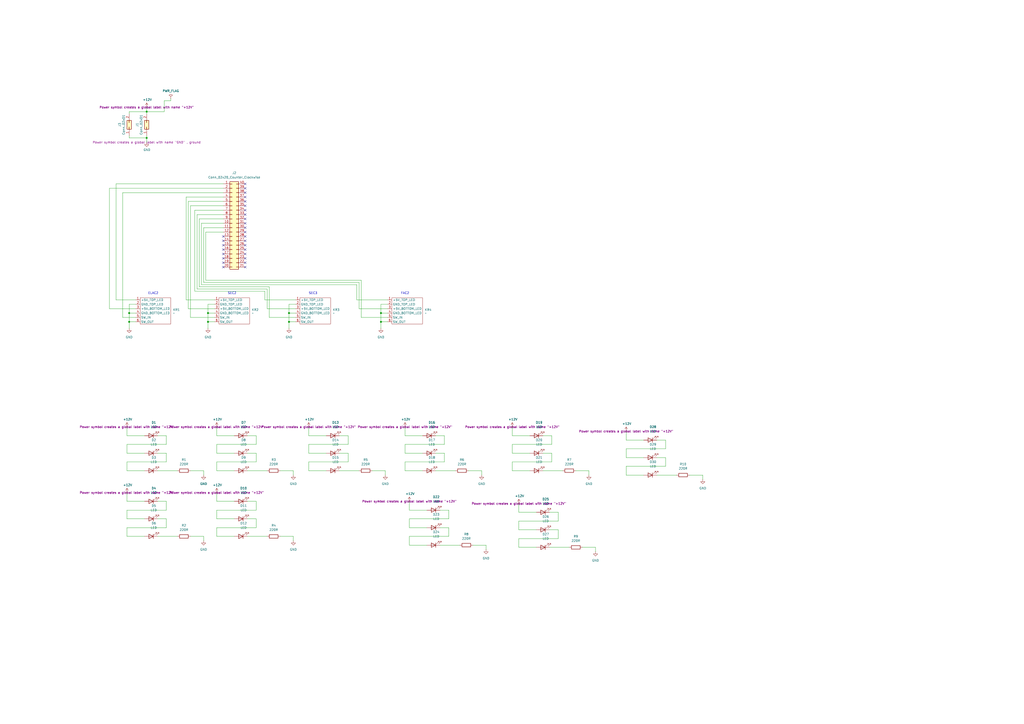
<source format=kicad_sch>
(kicad_sch (version 20250114) (generator "eeschema") (generator_version "9.0")
  (paper "A2")
  (lib_symbols
    (symbol "Connector_Generic:Conn_02x01" (pin_names (offset 1.016) (hide yes))
      (property "Reference" "J" (at 1.27 2.54 0))
      (property "Value" "Conn_02x01" (at 1.27 -2.54 0))
      (symbol "Conn_02x01_1_1"
        (rectangle (start -1.27 1.27) (end 3.81 -1.27) (stroke (width 0.254)) (fill (type background)))
        (rectangle (start -1.27 0.127) (end 0 -0.127) (stroke (width 0.1524)))
        (rectangle (start 3.81 0.127) (end 2.54 -0.127) (stroke (width 0.1524)))
        (pin passive line (at -5.08 0 0) (length 3.81) (name "Pin_1") (number "1"))
        (pin passive line (at 7.62 0 180) (length 3.81) (name "Pin_2") (number "2"))
      )
    )
    (symbol "Connector_Generic:Conn_02x20_Counter_Clockwise" (pin_names (offset 1.016) (hide yes))
      (property "Reference" "J" (at 1.27 25.4 0))
      (property "Value" "Conn_02x20_Counter_Clockwise" (at 1.27 -27.94 0))
      (symbol "Conn_02x20_Counter_Clockwise_1_1"
        (rectangle (start -1.27 24.13) (end 3.81 -26.67) (stroke (width 0.254)) (fill (type background)))
        (rectangle (start -1.27 22.987) (end 0 22.733) (stroke (width 0.1524)))
        (rectangle (start -1.27 20.447) (end 0 20.193) (stroke (width 0.1524)))
        (rectangle (start -1.27 17.907) (end 0 17.653) (stroke (width 0.1524)))
        (rectangle (start -1.27 15.367) (end 0 15.113) (stroke (width 0.1524)))
        (rectangle (start -1.27 12.827) (end 0 12.573) (stroke (width 0.1524)))
        (rectangle (start -1.27 10.287) (end 0 10.033) (stroke (width 0.1524)))
        (rectangle (start -1.27 7.747) (end 0 7.493) (stroke (width 0.1524)))
        (rectangle (start -1.27 5.207) (end 0 4.953) (stroke (width 0.1524)))
        (rectangle (start -1.27 2.667) (end 0 2.413) (stroke (width 0.1524)))
        (rectangle (start -1.27 0.127) (end 0 -0.127) (stroke (width 0.1524)))
        (rectangle (start -1.27 -2.413) (end 0 -2.667) (stroke (width 0.1524)))
        (rectangle (start -1.27 -4.953) (end 0 -5.207) (stroke (width 0.1524)))
        (rectangle (start -1.27 -7.493) (end 0 -7.747) (stroke (width 0.1524)))
        (rectangle (start -1.27 -10.033) (end 0 -10.287) (stroke (width 0.1524)))
        (rectangle (start -1.27 -12.573) (end 0 -12.827) (stroke (width 0.1524)))
        (rectangle (start -1.27 -15.113) (end 0 -15.367) (stroke (width 0.1524)))
        (rectangle (start -1.27 -17.653) (end 0 -17.907) (stroke (width 0.1524)))
        (rectangle (start -1.27 -20.193) (end 0 -20.447) (stroke (width 0.1524)))
        (rectangle (start -1.27 -22.733) (end 0 -22.987) (stroke (width 0.1524)))
        (rectangle (start -1.27 -25.273) (end 0 -25.527) (stroke (width 0.1524)))
        (rectangle (start 3.81 22.987) (end 2.54 22.733) (stroke (width 0.1524)))
        (rectangle (start 3.81 20.447) (end 2.54 20.193) (stroke (width 0.1524)))
        (rectangle (start 3.81 17.907) (end 2.54 17.653) (stroke (width 0.1524)))
        (rectangle (start 3.81 15.367) (end 2.54 15.113) (stroke (width 0.1524)))
        (rectangle (start 3.81 12.827) (end 2.54 12.573) (stroke (width 0.1524)))
        (rectangle (start 3.81 10.287) (end 2.54 10.033) (stroke (width 0.1524)))
        (rectangle (start 3.81 7.747) (end 2.54 7.493) (stroke (width 0.1524)))
        (rectangle (start 3.81 5.207) (end 2.54 4.953) (stroke (width 0.1524)))
        (rectangle (start 3.81 2.667) (end 2.54 2.413) (stroke (width 0.1524)))
        (rectangle (start 3.81 0.127) (end 2.54 -0.127) (stroke (width 0.1524)))
        (rectangle (start 3.81 -2.413) (end 2.54 -2.667) (stroke (width 0.1524)))
        (rectangle (start 3.81 -4.953) (end 2.54 -5.207) (stroke (width 0.1524)))
        (rectangle (start 3.81 -7.493) (end 2.54 -7.747) (stroke (width 0.1524)))
        (rectangle (start 3.81 -10.033) (end 2.54 -10.287) (stroke (width 0.1524)))
        (rectangle (start 3.81 -12.573) (end 2.54 -12.827) (stroke (width 0.1524)))
        (rectangle (start 3.81 -15.113) (end 2.54 -15.367) (stroke (width 0.1524)))
        (rectangle (start 3.81 -17.653) (end 2.54 -17.907) (stroke (width 0.1524)))
        (rectangle (start 3.81 -20.193) (end 2.54 -20.447) (stroke (width 0.1524)))
        (rectangle (start 3.81 -22.733) (end 2.54 -22.987) (stroke (width 0.1524)))
        (rectangle (start 3.81 -25.273) (end 2.54 -25.527) (stroke (width 0.1524)))
        (pin passive line (at -5.08 22.86 0) (length 3.81) (name "Pin_1") (number "1"))
        (pin passive line (at -5.08 20.32 0) (length 3.81) (name "Pin_2") (number "2"))
        (pin passive line (at -5.08 17.78 0) (length 3.81) (name "Pin_3") (number "3"))
        (pin passive line (at -5.08 15.24 0) (length 3.81) (name "Pin_4") (number "4"))
        (pin passive line (at -5.08 12.7 0) (length 3.81) (name "Pin_5") (number "5"))
        (pin passive line (at -5.08 10.16 0) (length 3.81) (name "Pin_6") (number "6"))
        (pin passive line (at -5.08 7.62 0) (length 3.81) (name "Pin_7") (number "7"))
        (pin passive line (at -5.08 5.08 0) (length 3.81) (name "Pin_8") (number "8"))
        (pin passive line (at -5.08 2.54 0) (length 3.81) (name "Pin_9") (number "9"))
        (pin passive line (at -5.08 0 0) (length 3.81) (name "Pin_10") (number "10"))
        (pin passive line (at -5.08 -2.54 0) (length 3.81) (name "Pin_11") (number "11"))
        (pin passive line (at -5.08 -5.08 0) (length 3.81) (name "Pin_12") (number "12"))
        (pin passive line (at -5.08 -7.62 0) (length 3.81) (name "Pin_13") (number "13"))
        (pin passive line (at -5.08 -10.16 0) (length 3.81) (name "Pin_14") (number "14"))
        (pin passive line (at -5.08 -12.7 0) (length 3.81) (name "Pin_15") (number "15"))
        (pin passive line (at -5.08 -15.24 0) (length 3.81) (name "Pin_16") (number "16"))
        (pin passive line (at -5.08 -17.78 0) (length 3.81) (name "Pin_17") (number "17"))
        (pin passive line (at -5.08 -20.32 0) (length 3.81) (name "Pin_18") (number "18"))
        (pin passive line (at -5.08 -22.86 0) (length 3.81) (name "Pin_19") (number "19"))
        (pin passive line (at -5.08 -25.4 0) (length 3.81) (name "Pin_20") (number "20"))
        (pin passive line (at 7.62 22.86 180) (length 3.81) (name "Pin_40") (number "40"))
        (pin passive line (at 7.62 20.32 180) (length 3.81) (name "Pin_39") (number "39"))
        (pin passive line (at 7.62 17.78 180) (length 3.81) (name "Pin_38") (number "38"))
        (pin passive line (at 7.62 15.24 180) (length 3.81) (name "Pin_37") (number "37"))
        (pin passive line (at 7.62 12.7 180) (length 3.81) (name "Pin_36") (number "36"))
        (pin passive line (at 7.62 10.16 180) (length 3.81) (name "Pin_35") (number "35"))
        (pin passive line (at 7.62 7.62 180) (length 3.81) (name "Pin_34") (number "34"))
        (pin passive line (at 7.62 5.08 180) (length 3.81) (name "Pin_33") (number "33"))
        (pin passive line (at 7.62 2.54 180) (length 3.81) (name "Pin_32") (number "32"))
        (pin passive line (at 7.62 0 180) (length 3.81) (name "Pin_31") (number "31"))
        (pin passive line (at 7.62 -2.54 180) (length 3.81) (name "Pin_30") (number "30"))
        (pin passive line (at 7.62 -5.08 180) (length 3.81) (name "Pin_29") (number "29"))
        (pin passive line (at 7.62 -7.62 180) (length 3.81) (name "Pin_28") (number "28"))
        (pin passive line (at 7.62 -10.16 180) (length 3.81) (name "Pin_27") (number "27"))
        (pin passive line (at 7.62 -12.7 180) (length 3.81) (name "Pin_26") (number "26"))
        (pin passive line (at 7.62 -15.24 180) (length 3.81) (name "Pin_25") (number "25"))
        (pin passive line (at 7.62 -17.78 180) (length 3.81) (name "Pin_24") (number "24"))
        (pin passive line (at 7.62 -20.32 180) (length 3.81) (name "Pin_23") (number "23"))
        (pin passive line (at 7.62 -22.86 180) (length 3.81) (name "Pin_22") (number "22"))
        (pin passive line (at 7.62 -25.4 180) (length 3.81) (name "Pin_21") (number "21"))
      )
    )
    (symbol "Device:LED" (pin_numbers (hide yes)) (pin_names (offset 1.016) (hide yes))
      (property "Reference" "D" (at 0 2.54 0))
      (property "Value" "LED" (at 0 -2.54 0))
      (symbol "LED_0_1"
        (polyline (pts (xy -3.048 -0.762) (xy -4.572 -2.286) (xy -3.81 -2.286) (xy -4.572 -2.286) (xy -4.572 -1.524)))
        (polyline (pts (xy -1.778 -0.762) (xy -3.302 -2.286) (xy -2.54 -2.286) (xy -3.302 -2.286) (xy -3.302 -1.524)))
        (polyline (pts (xy -1.27 0) (xy 1.27 0)))
        (polyline (pts (xy -1.27 -1.27) (xy -1.27 1.27)) (stroke (width 0.254)))
        (polyline (pts (xy 1.27 -1.27) (xy 1.27 1.27) (xy -1.27 0) (xy 1.27 -1.27)) (stroke (width 0.254)))
      )
      (symbol "LED_1_1"
        (pin passive line (at -3.81 0 0) (length 2.54) (name "K") (number "1"))
        (pin passive line (at 3.81 0 180) (length 2.54) (name "A") (number "2"))
      )
    )
    (symbol "Device:R" (pin_numbers (hide yes)) (pin_names (offset 0))
      (property "Reference" "R" (at 2.032 0 90))
      (property "Value" "R" (at 0 0 90))
      (symbol "R_0_1"
        (rectangle (start -1.016 -2.54) (end 1.016 2.54) (stroke (width 0.254)))
      )
      (symbol "R_1_1"
        (pin passive line (at 0 3.81 270) (length 1.27) (name "~") (number "1"))
        (pin passive line (at 0 -3.81 90) (length 1.27) (name "~") (number "2"))
      )
    )
    (symbol "KorrySwitch:Korry_Switch"
      (property "Reference" "KR" (at 12.7 -8.89 0))
      (symbol "Korry_Switch_0_1"
        (rectangle (start -7.62 -1.27) (end 10.16 -16.51))
      )
      (symbol "Korry_Switch_1_1"
        (pin input line (at -10.16 -2.54 0) (length 2.54) (name "+5V_TOP_LED") (number "1"))
        (pin input line (at -10.16 -5.08 0) (length 2.54) (name "GND_TOP_LED") (number "2"))
        (pin input line (at -10.16 -7.62 0) (length 2.54) (name "+5V_BOTTOM_LED") (number "3"))
        (pin input line (at -10.16 -10.16 0) (length 2.54) (name "GND_BOTTOM_LED") (number "4"))
        (pin input line (at -10.16 -12.7 0) (length 2.54) (name "SW_IN") (number "5"))
        (pin output line (at -10.16 -15.24 0) (length 2.54) (name "SW_OUT") (number "6"))
      )
    )
    (symbol "power:+12V" (power) (pin_numbers (hide yes)) (pin_names (offset 0) (hide yes))
      (property "Value" "+12V" (at 0 3.556 0))
      (symbol "+12V_0_1"
        (polyline (pts (xy -0.762 1.27) (xy 0 2.54)))
        (polyline (pts (xy 0 2.54) (xy 0.762 1.27)))
        (polyline (pts (xy 0 0) (xy 0 2.54)))
      )
      (symbol "+12V_1_1"
        (pin power_in line (at 0 0 90) (length 0) (name "~") (number "1"))
      )
    )
    (symbol "power:GND" (power) (pin_numbers (hide yes)) (pin_names (offset 0) (hide yes))
      (property "Value" "GND" (at 0 -3.81 0))
      (symbol "GND_0_1"
        (polyline (pts (xy 0 0) (xy 0 -1.27) (xy 1.27 -1.27) (xy 0 -2.54) (xy -1.27 -1.27) (xy 0 -1.27)))
      )
      (symbol "GND_1_1"
        (pin power_in line (at 0 0 270) (length 0) (name "~") (number "1"))
      )
    )
    (symbol "power:PWR_FLAG" (power) (pin_numbers (hide yes)) (pin_names (offset 0) (hide yes))
      (property "Value" "PWR_FLAG" (at 0 3.81 0))
      (symbol "PWR_FLAG_0_0"
        (pin power_out line (at 0 0 90) (length 0) (name "~") (number "1"))
      )
      (symbol "PWR_FLAG_0_1"
        (polyline (pts (xy 0 0) (xy 0 1.27) (xy -1.016 1.905) (xy 0 2.54) (xy 1.016 1.905) (xy 0 1.27)))
      )
    )
  )
  (text "FAC2" (at 234.95 170.18 0) (effects (font (size 1.27 1.27))))
  (text "ELAC2" (at 88.9 170.18 0) (effects (font (size 1.27 1.27))))
  (text "SEC2" (at 134.62 170.18 0) (effects (font (size 1.27 1.27))))
  (text "SEC3" (at 181.61 170.18 0) (effects (font (size 1.27 1.27))))
  (junction (at 220.98 186.69))
  (junction (at 220.98 181.61))
  (junction (at 74.93 181.61))
  (junction (at 85.09 80.01))
  (junction (at 167.64 181.61))
  (junction (at 120.65 181.61))
  (junction (at 120.65 186.69))
  (junction (at 74.93 186.69))
  (junction (at 167.64 186.69))
  (junction (at 85.09 64.77))
  (no_connect (at 142.24 111.76))
  (no_connect (at 142.24 132.08))
  (no_connect (at 142.24 137.16))
  (no_connect (at 142.24 152.4))
  (no_connect (at 142.24 154.94))
  (no_connect (at 142.24 124.46))
  (no_connect (at 142.24 119.38))
  (no_connect (at 129.54 149.86))
  (no_connect (at 142.24 134.62))
  (no_connect (at 142.24 106.68))
  (no_connect (at 142.24 129.54))
  (no_connect (at 129.54 152.4))
  (no_connect (at 129.54 137.16))
  (no_connect (at 142.24 109.22))
  (no_connect (at 129.54 147.32))
  (no_connect (at 142.24 149.86))
  (no_connect (at 142.24 142.24))
  (no_connect (at 129.54 144.78))
  (no_connect (at 129.54 154.94))
  (no_connect (at 142.24 121.92))
  (no_connect (at 142.24 144.78))
  (no_connect (at 142.24 139.7))
  (no_connect (at 129.54 142.24))
  (no_connect (at 129.54 139.7))
  (no_connect (at 142.24 127))
  (no_connect (at 142.24 147.32))
  (no_connect (at 142.24 114.3))
  (no_connect (at 142.24 116.84))
  (wire (pts (xy 125.73 262.89) (xy 125.73 257.81)))
  (wire (pts (xy 220.98 186.69) (xy 220.98 181.61)))
  (wire (pts (xy 323.85 307.34) (xy 318.77 307.34)))
  (wire (pts (xy 373.38 265.43) (xy 363.22 265.43)))
  (wire (pts (xy 109.22 116.84) (xy 129.54 116.84)))
  (wire (pts (xy 300.99 302.26) (xy 323.85 302.26)))
  (wire (pts (xy 318.77 317.5) (xy 330.2 317.5)))
  (wire (pts (xy 247.65 306.07) (xy 237.49 306.07)))
  (wire (pts (xy 307.34 262.89) (xy 297.18 262.89)))
  (wire (pts (xy 167.64 186.69) (xy 167.64 181.61)))
  (wire (pts (xy 125.73 311.15) (xy 125.73 306.07)))
  (wire (pts (xy 83.82 273.05) (xy 73.66 273.05)))
  (wire (pts (xy 119.38 134.62) (xy 129.54 134.62)))
  (wire (pts (xy 209.55 184.15) (xy 209.55 162.56)))
  (wire (pts (xy 373.38 275.59) (xy 363.22 275.59)))
  (wire (pts (xy 260.35 295.91) (xy 255.27 295.91)))
  (wire (pts (xy 234.95 262.89) (xy 234.95 257.81)))
  (wire (pts (xy 74.93 186.69) (xy 74.93 181.61)))
  (wire (pts (xy 78.74 173.99) (xy 67.31 173.99)))
  (wire (pts (xy 407.67 275.59) (xy 407.67 278.13)))
  (wire (pts (xy 201.93 252.73) (xy 196.85 252.73)))
  (wire (pts (xy 95.25 58.42) (xy 99.06 58.42)))
  (wire (pts (xy 71.12 111.76) (xy 129.54 111.76)))
  (wire (pts (xy 257.81 252.73) (xy 252.73 252.73)))
  (wire (pts (xy 125.73 306.07) (xy 148.59 306.07)))
  (wire (pts (xy 120.65 186.69) (xy 124.46 186.69)))
  (wire (pts (xy 85.09 80.01) (xy 85.09 82.55)))
  (wire (pts (xy 74.93 64.77) (xy 85.09 64.77)))
  (wire (pts (xy 73.66 267.97) (xy 96.52 267.97)))
  (wire (pts (xy 63.5 179.07) (xy 63.5 109.22)))
  (wire (pts (xy 96.52 267.97) (xy 96.52 262.89)))
  (wire (pts (xy 124.46 179.07) (xy 109.22 179.07)))
  (wire (pts (xy 300.99 297.18) (xy 311.15 297.18)))
  (wire (pts (xy 67.31 173.99) (xy 67.31 106.68)))
  (wire (pts (xy 167.64 181.61) (xy 167.64 176.53)))
  (wire (pts (xy 257.81 257.81) (xy 257.81 252.73)))
  (wire (pts (xy 73.66 290.83) (xy 83.82 290.83)))
  (wire (pts (xy 189.23 273.05) (xy 179.07 273.05)))
  (wire (pts (xy 208.28 163.83) (xy 118.11 163.83)))
  (wire (pts (xy 386.08 260.35) (xy 386.08 255.27)))
  (wire (pts (xy 135.89 311.15) (xy 125.73 311.15)))
  (wire (pts (xy 116.84 165.1) (xy 116.84 129.54)))
  (wire (pts (xy 320.04 262.89) (xy 314.96 262.89)))
  (wire (pts (xy 224.79 184.15) (xy 209.55 184.15)))
  (wire (pts (xy 154.94 167.64) (xy 114.3 167.64)))
  (wire (pts (xy 234.95 252.73) (xy 245.11 252.73)))
  (wire (pts (xy 78.74 184.15) (xy 71.12 184.15)))
  (wire (pts (xy 245.11 273.05) (xy 234.95 273.05)))
  (wire (pts (xy 74.93 66.04) (xy 74.93 64.77)))
  (wire (pts (xy 118.11 273.05) (xy 118.11 275.59)))
  (wire (pts (xy 314.96 273.05) (xy 326.39 273.05)))
  (wire (pts (xy 95.25 64.77) (xy 95.25 58.42)))
  (wire (pts (xy 148.59 295.91) (xy 148.59 290.83)))
  (wire (pts (xy 220.98 176.53) (xy 224.79 176.53)))
  (wire (pts (xy 143.51 311.15) (xy 154.94 311.15)))
  (wire (pts (xy 196.85 273.05) (xy 208.28 273.05)))
  (wire (pts (xy 107.95 114.3) (xy 129.54 114.3)))
  (wire (pts (xy 118.11 132.08) (xy 129.54 132.08)))
  (wire (pts (xy 148.59 252.73) (xy 143.51 252.73)))
  (wire (pts (xy 237.49 300.99) (xy 260.35 300.99)))
  (wire (pts (xy 135.89 262.89) (xy 125.73 262.89)))
  (wire (pts (xy 386.08 255.27) (xy 381 255.27)))
  (wire (pts (xy 96.52 295.91) (xy 96.52 290.83)))
  (wire (pts (xy 113.03 168.91) (xy 153.67 168.91)))
  (wire (pts (xy 189.23 262.89) (xy 179.07 262.89)))
  (wire (pts (xy 120.65 176.53) (xy 124.46 176.53)))
  (wire (pts (xy 156.21 184.15) (xy 156.21 166.37)))
  (wire (pts (xy 110.49 184.15) (xy 110.49 119.38)))
  (wire (pts (xy 110.49 119.38) (xy 129.54 119.38)))
  (wire (pts (xy 73.66 273.05) (xy 73.66 267.97)))
  (wire (pts (xy 110.49 311.15) (xy 118.11 311.15)))
  (wire (pts (xy 363.22 260.35) (xy 386.08 260.35)))
  (wire (pts (xy 124.46 173.99) (xy 107.95 173.99)))
  (wire (pts (xy 114.3 124.46) (xy 129.54 124.46)))
  (wire (pts (xy 170.18 311.15) (xy 170.18 313.69)))
  (wire (pts (xy 73.66 285.75) (xy 73.66 290.83)))
  (wire (pts (xy 237.49 290.83) (xy 237.49 295.91)))
  (wire (pts (xy 179.07 257.81) (xy 201.93 257.81)))
  (wire (pts (xy 381 275.59) (xy 392.43 275.59)))
  (wire (pts (xy 74.93 181.61) (xy 78.74 181.61)))
  (wire (pts (xy 74.93 186.69) (xy 78.74 186.69)))
  (wire (pts (xy 125.73 273.05) (xy 125.73 267.97)))
  (wire (pts (xy 311.15 307.34) (xy 300.99 307.34)))
  (wire (pts (xy 386.08 265.43) (xy 381 265.43)))
  (wire (pts (xy 209.55 162.56) (xy 119.38 162.56)))
  (wire (pts (xy 400.05 275.59) (xy 407.67 275.59)))
  (wire (pts (xy 135.89 300.99) (xy 125.73 300.99)))
  (wire (pts (xy 96.52 257.81) (xy 96.52 252.73)))
  (wire (pts (xy 341.63 273.05) (xy 341.63 275.59)))
  (wire (pts (xy 113.03 121.92) (xy 113.03 168.91)))
  (wire (pts (xy 74.93 80.01) (xy 85.09 80.01)))
  (wire (pts (xy 297.18 252.73) (xy 307.34 252.73)))
  (wire (pts (xy 237.49 295.91) (xy 247.65 295.91)))
  (wire (pts (xy 109.22 179.07) (xy 109.22 116.84)))
  (wire (pts (xy 237.49 316.23) (xy 237.49 311.15)))
  (wire (pts (xy 215.9 273.05) (xy 223.52 273.05)))
  (wire (pts (xy 96.52 290.83) (xy 91.44 290.83)))
  (wire (pts (xy 120.65 181.61) (xy 124.46 181.61)))
  (wire (pts (xy 323.85 312.42) (xy 323.85 307.34)))
  (wire (pts (xy 234.95 257.81) (xy 257.81 257.81)))
  (wire (pts (xy 148.59 300.99) (xy 143.51 300.99)))
  (wire (pts (xy 120.65 186.69) (xy 120.65 181.61)))
  (wire (pts (xy 297.18 267.97) (xy 320.04 267.97)))
  (wire (pts (xy 237.49 311.15) (xy 260.35 311.15)))
  (wire (pts (xy 73.66 311.15) (xy 73.66 306.07)))
  (wire (pts (xy 208.28 179.07) (xy 208.28 163.83)))
  (wire (pts (xy 167.64 190.5) (xy 167.64 186.69)))
  (wire (pts (xy 125.73 290.83) (xy 135.89 290.83)))
  (wire (pts (xy 167.64 181.61) (xy 171.45 181.61)))
  (wire (pts (xy 311.15 317.5) (xy 300.99 317.5)))
  (wire (pts (xy 124.46 184.15) (xy 110.49 184.15)))
  (wire (pts (xy 74.93 181.61) (xy 74.93 176.53)))
  (wire (pts (xy 73.66 257.81) (xy 96.52 257.81)))
  (wire (pts (xy 170.18 273.05) (xy 170.18 275.59)))
  (wire (pts (xy 201.93 262.89) (xy 196.85 262.89)))
  (wire (pts (xy 96.52 300.99) (xy 91.44 300.99)))
  (wire (pts (xy 154.94 179.07) (xy 154.94 167.64)))
  (wire (pts (xy 297.18 247.65) (xy 297.18 252.73)))
  (wire (pts (xy 255.27 316.23) (xy 266.7 316.23)))
  (wire (pts (xy 363.22 275.59) (xy 363.22 270.51)))
  (wire (pts (xy 252.73 273.05) (xy 264.16 273.05)))
  (wire (pts (xy 220.98 181.61) (xy 224.79 181.61)))
  (wire (pts (xy 107.95 173.99) (xy 107.95 114.3)))
  (wire (pts (xy 171.45 173.99) (xy 153.67 173.99)))
  (wire (pts (xy 74.93 190.5) (xy 74.93 186.69)))
  (wire (pts (xy 85.09 78.74) (xy 85.09 80.01)))
  (wire (pts (xy 307.34 273.05) (xy 297.18 273.05)))
  (wire (pts (xy 300.99 312.42) (xy 323.85 312.42)))
  (wire (pts (xy 148.59 267.97) (xy 148.59 262.89)))
  (wire (pts (xy 73.66 300.99) (xy 73.66 295.91)))
  (wire (pts (xy 148.59 262.89) (xy 143.51 262.89)))
  (wire (pts (xy 247.65 316.23) (xy 237.49 316.23)))
  (wire (pts (xy 125.73 295.91) (xy 148.59 295.91)))
  (wire (pts (xy 234.95 273.05) (xy 234.95 267.97)))
  (wire (pts (xy 154.94 179.07) (xy 171.45 179.07)))
  (wire (pts (xy 220.98 186.69) (xy 224.79 186.69)))
  (wire (pts (xy 73.66 252.73) (xy 83.82 252.73)))
  (wire (pts (xy 83.82 311.15) (xy 73.66 311.15)))
  (wire (pts (xy 171.45 184.15) (xy 156.21 184.15)))
  (wire (pts (xy 115.57 127) (xy 129.54 127)))
  (wire (pts (xy 297.18 257.81) (xy 320.04 257.81)))
  (wire (pts (xy 85.09 64.77) (xy 85.09 66.04)))
  (wire (pts (xy 148.59 257.81) (xy 148.59 252.73)))
  (wire (pts (xy 220.98 190.5) (xy 220.98 186.69)))
  (wire (pts (xy 74.93 78.74) (xy 74.93 80.01)))
  (wire (pts (xy 162.56 273.05) (xy 170.18 273.05)))
  (wire (pts (xy 162.56 311.15) (xy 170.18 311.15)))
  (wire (pts (xy 337.82 317.5) (xy 345.44 317.5)))
  (wire (pts (xy 73.66 306.07) (xy 96.52 306.07)))
  (wire (pts (xy 179.07 273.05) (xy 179.07 267.97)))
  (wire (pts (xy 148.59 306.07) (xy 148.59 300.99)))
  (wire (pts (xy 120.65 190.5) (xy 120.65 186.69)))
  (wire (pts (xy 271.78 273.05) (xy 279.4 273.05)))
  (wire (pts (xy 78.74 179.07) (xy 63.5 179.07)))
  (wire (pts (xy 297.18 262.89) (xy 297.18 257.81)))
  (wire (pts (xy 323.85 297.18) (xy 318.77 297.18)))
  (wire (pts (xy 334.01 273.05) (xy 341.63 273.05)))
  (wire (pts (xy 85.09 64.77) (xy 95.25 64.77)))
  (wire (pts (xy 257.81 262.89) (xy 252.73 262.89)))
  (wire (pts (xy 320.04 267.97) (xy 320.04 262.89)))
  (wire (pts (xy 74.93 176.53) (xy 78.74 176.53)))
  (wire (pts (xy 91.44 311.15) (xy 102.87 311.15)))
  (wire (pts (xy 320.04 257.81) (xy 320.04 252.73)))
  (wire (pts (xy 83.82 300.99) (xy 73.66 300.99)))
  (wire (pts (xy 73.66 295.91) (xy 96.52 295.91)))
  (wire (pts (xy 208.28 179.07) (xy 224.79 179.07)))
  (wire (pts (xy 234.95 247.65) (xy 234.95 252.73)))
  (wire (pts (xy 67.31 106.68) (xy 129.54 106.68)))
  (wire (pts (xy 71.12 184.15) (xy 71.12 111.76)))
  (wire (pts (xy 223.52 273.05) (xy 223.52 275.59)))
  (wire (pts (xy 257.81 267.97) (xy 257.81 262.89)))
  (wire (pts (xy 91.44 273.05) (xy 102.87 273.05)))
  (wire (pts (xy 153.67 168.91) (xy 153.67 173.99)))
  (wire (pts (xy 125.73 300.99) (xy 125.73 295.91)))
  (wire (pts (xy 116.84 129.54) (xy 129.54 129.54)))
  (wire (pts (xy 118.11 311.15) (xy 118.11 313.69)))
  (wire (pts (xy 260.35 311.15) (xy 260.35 306.07)))
  (wire (pts (xy 96.52 306.07) (xy 96.52 300.99)))
  (wire (pts (xy 260.35 300.99) (xy 260.35 295.91)))
  (wire (pts (xy 125.73 257.81) (xy 148.59 257.81)))
  (wire (pts (xy 114.3 167.64) (xy 114.3 124.46)))
  (wire (pts (xy 320.04 252.73) (xy 314.96 252.73)))
  (wire (pts (xy 63.5 109.22) (xy 129.54 109.22)))
  (wire (pts (xy 300.99 307.34) (xy 300.99 302.26)))
  (wire (pts (xy 110.49 273.05) (xy 118.11 273.05)))
  (wire (pts (xy 167.64 176.53) (xy 171.45 176.53)))
  (wire (pts (xy 345.44 317.5) (xy 345.44 320.04)))
  (wire (pts (xy 99.06 58.42) (xy 99.06 57.15)))
  (wire (pts (xy 201.93 267.97) (xy 201.93 262.89)))
  (wire (pts (xy 363.22 265.43) (xy 363.22 260.35)))
  (wire (pts (xy 96.52 262.89) (xy 91.44 262.89)))
  (wire (pts (xy 96.52 252.73) (xy 91.44 252.73)))
  (wire (pts (xy 73.66 262.89) (xy 73.66 257.81)))
  (wire (pts (xy 220.98 181.61) (xy 220.98 176.53)))
  (wire (pts (xy 85.09 62.23) (xy 85.09 64.77)))
  (wire (pts (xy 135.89 273.05) (xy 125.73 273.05)))
  (wire (pts (xy 279.4 273.05) (xy 279.4 275.59)))
  (wire (pts (xy 234.95 267.97) (xy 257.81 267.97)))
  (wire (pts (xy 300.99 292.1) (xy 300.99 297.18)))
  (wire (pts (xy 245.11 262.89) (xy 234.95 262.89)))
  (wire (pts (xy 323.85 302.26) (xy 323.85 297.18)))
  (wire (pts (xy 201.93 257.81) (xy 201.93 252.73)))
  (wire (pts (xy 207.01 165.1) (xy 116.84 165.1)))
  (wire (pts (xy 363.22 250.19) (xy 363.22 255.27)))
  (wire (pts (xy 281.94 316.23) (xy 281.94 318.77)))
  (wire (pts (xy 260.35 306.07) (xy 255.27 306.07)))
  (wire (pts (xy 118.11 163.83) (xy 118.11 132.08)))
  (wire (pts (xy 179.07 252.73) (xy 189.23 252.73)))
  (wire (pts (xy 143.51 273.05) (xy 154.94 273.05)))
  (wire (pts (xy 120.65 181.61) (xy 120.65 176.53)))
  (wire (pts (xy 129.54 121.92) (xy 113.03 121.92)))
  (wire (pts (xy 363.22 255.27) (xy 373.38 255.27)))
  (wire (pts (xy 119.38 162.56) (xy 119.38 134.62)))
  (wire (pts (xy 297.18 273.05) (xy 297.18 267.97)))
  (wire (pts (xy 274.32 316.23) (xy 281.94 316.23)))
  (wire (pts (xy 167.64 186.69) (xy 171.45 186.69)))
  (wire (pts (xy 207.01 173.99) (xy 207.01 165.1)))
  (wire (pts (xy 115.57 166.37) (xy 115.57 127)))
  (wire (pts (xy 125.73 267.97) (xy 148.59 267.97)))
  (wire (pts (xy 125.73 247.65) (xy 125.73 252.73)))
  (wire (pts (xy 125.73 285.75) (xy 125.73 290.83)))
  (wire (pts (xy 179.07 247.65) (xy 179.07 252.73)))
  (wire (pts (xy 73.66 247.65) (xy 73.66 252.73)))
  (wire (pts (xy 237.49 306.07) (xy 237.49 300.99)))
  (wire (pts (xy 224.79 173.99) (xy 207.01 173.99)))
  (wire (pts (xy 156.21 166.37) (xy 115.57 166.37)))
  (wire (pts (xy 179.07 262.89) (xy 179.07 257.81)))
  (wire (pts (xy 363.22 270.51) (xy 386.08 270.51)))
  (wire (pts (xy 83.82 262.89) (xy 73.66 262.89)))
  (wire (pts (xy 179.07 267.97) (xy 201.93 267.97)))
  (wire (pts (xy 300.99 317.5) (xy 300.99 312.42)))
  (wire (pts (xy 148.59 290.83) (xy 143.51 290.83)))
  (wire (pts (xy 386.08 270.51) (xy 386.08 265.43)))
  (wire (pts (xy 125.73 252.73) (xy 135.89 252.73)))
  (symbol (lib_id "Connector_Generic:Conn_02x01") (at 85.09 73.66 90) (unit 1)
    (property "Reference" "J1" (at 79.5782 72.39 0))
    (property "Value" "Conn_02x01" (at 81.8896 72.39 0))
    (property "Footprint" "TerminalBlock:TerminalBlock_bornier-2_P5.08mm" (effects (hide yes)))
    (property "Description" "Generic connector, double row, 02x01, this symbol is compatible with counter-clockwise, top-bottom and odd-even numbering schemes., script generated (kicad-library-utils/schlib/autogen/connector/)" (effects (hide yes)))
  )
  (symbol (lib_id "power:GND") (at 85.09 82.55 0) (unit 1)
    (property "Reference" "#PWR03" (effects (hide yes)))
    (property "Value" "GND" (at 85.217 86.9442 0))
    (property "Description" "Power symbol creates a global label with name \"GND\" , ground" (at 85.09 82.55 0))
  )
  (symbol (lib_id "power:+12V") (at 85.09 62.23 0) (unit 1)
    (property "Reference" "#PWR02" (effects (hide yes)))
    (property "Value" "+12V" (at 85.471 57.8358 0))
    (property "Description" "Power symbol creates a global label with name \"+12V\"" (at 85.09 62.23 0))
  )
  (symbol (lib_id "power:PWR_FLAG") (at 99.06 57.15 0) (unit 1)
    (property "Reference" "#FLG01" (effects (hide yes)))
    (property "Value" "PWR_FLAG" (at 99.06 52.7558 0))
  )
  (symbol (lib_id "power:+12V") (at 363.22 250.19 0) (unit 1)
    (property "Reference" "#PWR025" (effects (hide yes)))
    (property "Value" "+12V" (at 363.601 245.7958 0))
    (property "Description" "Power symbol creates a global label with name \"+12V\"" (at 363.22 250.19 0))
  )
  (symbol (lib_id "power:+12V") (at 125.73 247.65 0) (unit 1)
    (property "Reference" "#PWR010" (effects (hide yes)))
    (property "Value" "+12V" (at 126.111 243.2558 0))
    (property "Description" "Power symbol creates a global label with name \"+12V\"" (at 125.73 247.65 0))
  )
  (symbol (lib_id "Device:LED") (at 87.63 300.99 180) (unit 1)
    (property "Reference" "D5" (at 89.2175 293.37 0))
    (property "Value" "LED" (at 89.2175 295.91 0))
    (property "Footprint" "OpenA3XX:LED_Everlight-SMD3528_3.5x2.8mm_67-21ST" (effects (hide yes)))
    (property "Description" "Light emitting diode" (effects (hide yes)))
    (property "Sim.Pins" "1=K 2=A" (effects (hide yes)))
  )
  (symbol (lib_id "Device:LED") (at 377.19 265.43 180) (unit 1)
    (property "Reference" "D29" (at 378.7775 257.81 0))
    (property "Value" "LED" (at 378.7775 260.35 0))
    (property "Footprint" "OpenA3XX:LED_Everlight-SMD3528_3.5x2.8mm_67-21ST" (effects (hide yes)))
    (property "Description" "Light emitting diode" (effects (hide yes)))
    (property "Sim.Pins" "1=K 2=A" (effects (hide yes)))
  )
  (symbol (lib_id "Device:LED") (at 248.92 273.05 180) (unit 1)
    (property "Reference" "D18" (at 250.5075 265.43 0))
    (property "Value" "LED" (at 250.5075 267.97 0))
    (property "Footprint" "OpenA3XX:LED_Everlight-SMD3528_3.5x2.8mm_67-21ST" (effects (hide yes)))
    (property "Description" "Light emitting diode" (effects (hide yes)))
    (property "Sim.Pins" "1=K 2=A" (effects (hide yes)))
  )
  (symbol (lib_id "Device:LED") (at 87.63 311.15 180) (unit 1)
    (property "Reference" "D6" (at 89.2175 303.53 0))
    (property "Value" "LED" (at 89.2175 306.07 0))
    (property "Footprint" "OpenA3XX:LED_Everlight-SMD3528_3.5x2.8mm_67-21ST" (effects (hide yes)))
    (property "Description" "Light emitting diode" (effects (hide yes)))
    (property "Sim.Pins" "1=K 2=A" (effects (hide yes)))
  )
  (symbol (lib_id "Device:LED") (at 193.04 262.89 180) (unit 1)
    (property "Reference" "D14" (at 194.6275 255.27 0))
    (property "Value" "LED" (at 194.6275 257.81 0))
    (property "Footprint" "OpenA3XX:LED_Everlight-SMD3528_3.5x2.8mm_67-21ST" (effects (hide yes)))
    (property "Description" "Light emitting diode" (effects (hide yes)))
    (property "Sim.Pins" "1=K 2=A" (effects (hide yes)))
  )
  (symbol (lib_id "power:GND") (at 341.63 275.59 0) (unit 1)
    (property "Reference" "#PWR020" (effects (hide yes)))
    (property "Value" "GND" (at 341.63 280.67 0))
    (property "Description" "Power symbol creates a global label with name \"GND\" , ground" (effects (hide yes)))
  )
  (symbol (lib_id "Device:LED") (at 311.15 262.89 180) (unit 1)
    (property "Reference" "D20" (at 312.7375 255.27 0))
    (property "Value" "LED" (at 312.7375 257.81 0))
    (property "Footprint" "OpenA3XX:LED_Everlight-SMD3528_3.5x2.8mm_67-21ST" (effects (hide yes)))
    (property "Description" "Light emitting diode" (effects (hide yes)))
    (property "Sim.Pins" "1=K 2=A" (effects (hide yes)))
  )
  (symbol (lib_id "Connector_Generic:Conn_02x01") (at 74.93 73.66 90) (unit 1)
    (property "Reference" "J3" (at 69.4182 72.39 0))
    (property "Value" "Conn_02x01" (at 71.7296 72.39 0))
    (property "Footprint" "TerminalBlock:TerminalBlock_bornier-2_P5.08mm" (effects (hide yes)))
    (property "Description" "Generic connector, double row, 02x01, this symbol is compatible with counter-clockwise, top-bottom and odd-even numbering schemes., script generated (kicad-library-utils/schlib/autogen/connector/)" (effects (hide yes)))
  )
  (symbol (lib_id "Device:R") (at 106.68 273.05 90) (unit 1)
    (property "Reference" "R1" (at 106.68 266.7 90))
    (property "Value" "220R" (at 106.68 269.24 90))
    (property "Footprint" "Resistor_SMD:R_1206_3216Metric_Pad1.30x1.75mm_HandSolder" (effects (hide yes)))
    (property "Description" "Resistor" (effects (hide yes)))
  )
  (symbol (lib_id "Device:LED") (at 248.92 262.89 180) (unit 1)
    (property "Reference" "D17" (at 250.5075 255.27 0))
    (property "Value" "LED" (at 250.5075 257.81 0))
    (property "Footprint" "OpenA3XX:LED_Everlight-SMD3528_3.5x2.8mm_67-21ST" (effects (hide yes)))
    (property "Description" "Light emitting diode" (effects (hide yes)))
    (property "Sim.Pins" "1=K 2=A" (effects (hide yes)))
  )
  (symbol (lib_id "Device:LED") (at 314.96 307.34 180) (unit 1)
    (property "Reference" "D26" (at 316.5475 299.72 0))
    (property "Value" "LED" (at 316.5475 302.26 0))
    (property "Footprint" "OpenA3XX:LED_Everlight-SMD3528_3.5x2.8mm_67-21ST" (effects (hide yes)))
    (property "Description" "Light emitting diode" (effects (hide yes)))
    (property "Sim.Pins" "1=K 2=A" (effects (hide yes)))
  )
  (symbol (lib_id "power:+12V") (at 234.95 247.65 0) (unit 1)
    (property "Reference" "#PWR016" (effects (hide yes)))
    (property "Value" "+12V" (at 235.331 243.2558 0))
    (property "Description" "Power symbol creates a global label with name \"+12V\"" (at 234.95 247.65 0))
  )
  (symbol (lib_id "power:GND") (at 167.64 190.5 0) (unit 1)
    (property "Reference" "#PWR05" (effects (hide yes)))
    (property "Value" "GND" (at 167.64 195.58 0))
    (property "Description" "Power symbol creates a global label with name \"GND\" , ground" (effects (hide yes)))
  )
  (symbol (lib_id "power:+12V") (at 297.18 247.65 0) (unit 1)
    (property "Reference" "#PWR019" (effects (hide yes)))
    (property "Value" "+12V" (at 297.561 243.2558 0))
    (property "Description" "Power symbol creates a global label with name \"+12V\"" (at 297.18 247.65 0))
  )
  (symbol (lib_id "Device:LED") (at 311.15 273.05 180) (unit 1)
    (property "Reference" "D21" (at 312.7375 265.43 0))
    (property "Value" "LED" (at 312.7375 267.97 0))
    (property "Footprint" "OpenA3XX:LED_Everlight-SMD3528_3.5x2.8mm_67-21ST" (effects (hide yes)))
    (property "Description" "Light emitting diode" (effects (hide yes)))
    (property "Sim.Pins" "1=K 2=A" (effects (hide yes)))
  )
  (symbol (lib_id "Device:LED") (at 251.46 295.91 180) (unit 1)
    (property "Reference" "D22" (at 253.0475 288.29 0))
    (property "Value" "LED" (at 253.0475 290.83 0))
    (property "Footprint" "OpenA3XX:LED_Everlight-SMD3528_3.5x2.8mm_67-21ST" (effects (hide yes)))
    (property "Description" "Light emitting diode" (effects (hide yes)))
    (property "Sim.Pins" "1=K 2=A" (effects (hide yes)))
  )
  (symbol (lib_id "Device:LED") (at 314.96 297.18 180) (unit 1)
    (property "Reference" "D25" (at 316.5475 289.56 0))
    (property "Value" "LED" (at 316.5475 292.1 0))
    (property "Footprint" "OpenA3XX:LED_Everlight-SMD3528_3.5x2.8mm_67-21ST" (effects (hide yes)))
    (property "Description" "Light emitting diode" (effects (hide yes)))
    (property "Sim.Pins" "1=K 2=A" (effects (hide yes)))
  )
  (symbol (lib_id "Device:LED") (at 193.04 273.05 180) (unit 1)
    (property "Reference" "D15" (at 194.6275 265.43 0))
    (property "Value" "LED" (at 194.6275 267.97 0))
    (property "Footprint" "OpenA3XX:LED_Everlight-SMD3528_3.5x2.8mm_67-21ST" (effects (hide yes)))
    (property "Description" "Light emitting diode" (effects (hide yes)))
    (property "Sim.Pins" "1=K 2=A" (effects (hide yes)))
  )
  (symbol (lib_id "Device:LED") (at 139.7 252.73 180) (unit 1)
    (property "Reference" "D7" (at 141.2875 245.11 0))
    (property "Value" "LED" (at 141.2875 247.65 0))
    (property "Footprint" "OpenA3XX:LED_Everlight-SMD3528_3.5x2.8mm_67-21ST" (effects (hide yes)))
    (property "Description" "Light emitting diode" (effects (hide yes)))
    (property "Sim.Pins" "1=K 2=A" (effects (hide yes)))
  )
  (symbol (lib_id "power:GND") (at 118.11 313.69 0) (unit 1)
    (property "Reference" "#PWR09" (effects (hide yes)))
    (property "Value" "GND" (at 118.11 318.77 0))
    (property "Description" "Power symbol creates a global label with name \"GND\" , ground" (effects (hide yes)))
  )
  (symbol (lib_id "power:+12V") (at 237.49 290.83 0) (unit 1)
    (property "Reference" "#PWR021" (effects (hide yes)))
    (property "Value" "+12V" (at 237.871 286.4358 0))
    (property "Description" "Power symbol creates a global label with name \"+12V\"" (at 237.49 290.83 0))
  )
  (symbol (lib_id "Device:R") (at 267.97 273.05 90) (unit 1)
    (property "Reference" "R6" (at 267.97 266.7 90))
    (property "Value" "220R" (at 267.97 269.24 90))
    (property "Footprint" "Resistor_SMD:R_1206_3216Metric_Pad1.30x1.75mm_HandSolder" (effects (hide yes)))
    (property "Description" "Resistor" (effects (hide yes)))
  )
  (symbol (lib_id "power:+12V") (at 179.07 247.65 0) (unit 1)
    (property "Reference" "#PWR014" (effects (hide yes)))
    (property "Value" "+12V" (at 179.451 243.2558 0))
    (property "Description" "Power symbol creates a global label with name \"+12V\"" (at 179.07 247.65 0))
  )
  (symbol (lib_id "Device:R") (at 106.68 311.15 90) (unit 1)
    (property "Reference" "R2" (at 106.68 304.8 90))
    (property "Value" "220R" (at 106.68 307.34 90))
    (property "Footprint" "Resistor_SMD:R_1206_3216Metric_Pad1.30x1.75mm_HandSolder" (effects (hide yes)))
    (property "Description" "Resistor" (effects (hide yes)))
  )
  (symbol (lib_id "power:GND") (at 281.94 318.77 0) (unit 1)
    (property "Reference" "#PWR022" (effects (hide yes)))
    (property "Value" "GND" (at 281.94 323.85 0))
    (property "Description" "Power symbol creates a global label with name \"GND\" , ground" (effects (hide yes)))
  )
  (symbol (lib_id "power:+12V") (at 125.73 285.75 0) (unit 1)
    (property "Reference" "#PWR011" (effects (hide yes)))
    (property "Value" "+12V" (at 126.111 281.3558 0))
    (property "Description" "Power symbol creates a global label with name \"+12V\"" (at 125.73 285.75 0))
  )
  (symbol (lib_id "power:+12V") (at 73.66 247.65 0) (unit 1)
    (property "Reference" "#PWR06" (effects (hide yes)))
    (property "Value" "+12V" (at 74.041 243.2558 0))
    (property "Description" "Power symbol creates a global label with name \"+12V\"" (at 73.66 247.65 0))
  )
  (symbol (lib_id "Device:LED") (at 139.7 273.05 180) (unit 1)
    (property "Reference" "D9" (at 141.2875 265.43 0))
    (property "Value" "LED" (at 141.2875 267.97 0))
    (property "Footprint" "OpenA3XX:LED_Everlight-SMD3528_3.5x2.8mm_67-21ST" (effects (hide yes)))
    (property "Description" "Light emitting diode" (effects (hide yes)))
    (property "Sim.Pins" "1=K 2=A" (effects (hide yes)))
  )
  (symbol (lib_id "power:GND") (at 118.11 275.59 0) (unit 1)
    (property "Reference" "#PWR08" (effects (hide yes)))
    (property "Value" "GND" (at 118.11 280.67 0))
    (property "Description" "Power symbol creates a global label with name \"GND\" , ground" (effects (hide yes)))
  )
  (symbol (lib_id "power:GND") (at 120.65 190.5 0) (unit 1)
    (property "Reference" "#PWR04" (effects (hide yes)))
    (property "Value" "GND" (at 120.65 195.58 0))
    (property "Description" "Power symbol creates a global label with name \"GND\" , ground" (effects (hide yes)))
  )
  (symbol (lib_id "Device:R") (at 270.51 316.23 90) (unit 1)
    (property "Reference" "R8" (at 270.51 309.88 90))
    (property "Value" "220R" (at 270.51 312.42 90))
    (property "Footprint" "Resistor_SMD:R_1206_3216Metric_Pad1.30x1.75mm_HandSolder" (effects (hide yes)))
    (property "Description" "Resistor" (effects (hide yes)))
  )
  (symbol (lib_id "Device:R") (at 212.09 273.05 90) (unit 1)
    (property "Reference" "R5" (at 212.09 266.7 90))
    (property "Value" "220R" (at 212.09 269.24 90))
    (property "Footprint" "Resistor_SMD:R_1206_3216Metric_Pad1.30x1.75mm_HandSolder" (effects (hide yes)))
    (property "Description" "Resistor" (effects (hide yes)))
  )
  (symbol (lib_id "power:+12V") (at 73.66 285.75 0) (unit 1)
    (property "Reference" "#PWR07" (effects (hide yes)))
    (property "Value" "+12V" (at 74.041 281.3558 0))
    (property "Description" "Power symbol creates a global label with name \"+12V\"" (at 73.66 285.75 0))
  )
  (symbol (lib_id "Device:LED") (at 248.92 252.73 180) (unit 1)
    (property "Reference" "D16" (at 250.5075 245.11 0))
    (property "Value" "LED" (at 250.5075 247.65 0))
    (property "Footprint" "OpenA3XX:LED_Everlight-SMD3528_3.5x2.8mm_67-21ST" (effects (hide yes)))
    (property "Description" "Light emitting diode" (effects (hide yes)))
    (property "Sim.Pins" "1=K 2=A" (effects (hide yes)))
  )
  (symbol (lib_id "Device:R") (at 330.2 273.05 90) (unit 1)
    (property "Reference" "R7" (at 330.2 266.7 90))
    (property "Value" "220R" (at 330.2 269.24 90))
    (property "Footprint" "Resistor_SMD:R_1206_3216Metric_Pad1.30x1.75mm_HandSolder" (effects (hide yes)))
    (property "Description" "Resistor" (effects (hide yes)))
  )
  (symbol (lib_id "power:GND") (at 74.93 190.5 0) (unit 1)
    (property "Reference" "#PWR01" (effects (hide yes)))
    (property "Value" "GND" (at 74.93 195.58 0))
    (property "Description" "Power symbol creates a global label with name \"GND\" , ground" (effects (hide yes)))
  )
  (symbol (lib_id "Device:LED") (at 251.46 316.23 180) (unit 1)
    (property "Reference" "D24" (at 253.0475 308.61 0))
    (property "Value" "LED" (at 253.0475 311.15 0))
    (property "Footprint" "OpenA3XX:LED_Everlight-SMD3528_3.5x2.8mm_67-21ST" (effects (hide yes)))
    (property "Description" "Light emitting diode" (effects (hide yes)))
    (property "Sim.Pins" "1=K 2=A" (effects (hide yes)))
  )
  (symbol (lib_id "Device:R") (at 334.01 317.5 90) (unit 1)
    (property "Reference" "R9" (at 334.01 311.15 90))
    (property "Value" "220R" (at 334.01 313.69 90))
    (property "Footprint" "Resistor_SMD:R_1206_3216Metric_Pad1.30x1.75mm_HandSolder" (effects (hide yes)))
    (property "Description" "Resistor" (effects (hide yes)))
  )
  (symbol (lib_id "Device:LED") (at 193.04 252.73 180) (unit 1)
    (property "Reference" "D13" (at 194.6275 245.11 0))
    (property "Value" "LED" (at 194.6275 247.65 0))
    (property "Footprint" "OpenA3XX:LED_Everlight-SMD3528_3.5x2.8mm_67-21ST" (effects (hide yes)))
    (property "Description" "Light emitting diode" (effects (hide yes)))
    (property "Sim.Pins" "1=K 2=A" (effects (hide yes)))
  )
  (symbol (lib_id "Device:R") (at 158.75 311.15 90) (unit 1)
    (property "Reference" "R4" (at 158.75 304.8 90))
    (property "Value" "220R" (at 158.75 307.34 90))
    (property "Footprint" "Resistor_SMD:R_1206_3216Metric_Pad1.30x1.75mm_HandSolder" (effects (hide yes)))
    (property "Description" "Resistor" (effects (hide yes)))
  )
  (symbol (lib_id "Device:LED") (at 311.15 252.73 180) (unit 1)
    (property "Reference" "D19" (at 312.7375 245.11 0))
    (property "Value" "LED" (at 312.7375 247.65 0))
    (property "Footprint" "OpenA3XX:LED_Everlight-SMD3528_3.5x2.8mm_67-21ST" (effects (hide yes)))
    (property "Description" "Light emitting diode" (effects (hide yes)))
    (property "Sim.Pins" "1=K 2=A" (effects (hide yes)))
  )
  (symbol (lib_id "power:GND") (at 345.44 320.04 0) (unit 1)
    (property "Reference" "#PWR024" (effects (hide yes)))
    (property "Value" "GND" (at 345.44 325.12 0))
    (property "Description" "Power symbol creates a global label with name \"GND\" , ground" (effects (hide yes)))
  )
  (symbol (lib_id "Device:LED") (at 314.96 317.5 180) (unit 1)
    (property "Reference" "D27" (at 316.5475 309.88 0))
    (property "Value" "LED" (at 316.5475 312.42 0))
    (property "Footprint" "OpenA3XX:LED_Everlight-SMD3528_3.5x2.8mm_67-21ST" (effects (hide yes)))
    (property "Description" "Light emitting diode" (effects (hide yes)))
    (property "Sim.Pins" "1=K 2=A" (effects (hide yes)))
  )
  (symbol (lib_id "power:+12V") (at 300.99 292.1 0) (unit 1)
    (property "Reference" "#PWR023" (effects (hide yes)))
    (property "Value" "+12V" (at 301.371 287.7058 0))
    (property "Description" "Power symbol creates a global label with name \"+12V\"" (at 300.99 292.1 0))
  )
  (symbol (lib_id "Device:LED") (at 87.63 252.73 180) (unit 1)
    (property "Reference" "D1" (at 89.2175 245.11 0))
    (property "Value" "LED" (at 89.2175 247.65 0))
    (property "Footprint" "OpenA3XX:LED_Everlight-SMD3528_3.5x2.8mm_67-21ST" (effects (hide yes)))
    (property "Description" "Light emitting diode" (effects (hide yes)))
    (property "Sim.Pins" "1=K 2=A" (effects (hide yes)))
  )
  (symbol (lib_id "Device:LED") (at 87.63 262.89 180) (unit 1)
    (property "Reference" "D2" (at 89.2175 255.27 0))
    (property "Value" "LED" (at 89.2175 257.81 0))
    (property "Footprint" "OpenA3XX:LED_Everlight-SMD3528_3.5x2.8mm_67-21ST" (effects (hide yes)))
    (property "Description" "Light emitting diode" (effects (hide yes)))
    (property "Sim.Pins" "1=K 2=A" (effects (hide yes)))
  )
  (symbol (lib_id "power:GND") (at 220.98 190.5 0) (unit 1)
    (property "Reference" "#PWR018" (effects (hide yes)))
    (property "Value" "GND" (at 220.98 195.58 0))
    (property "Description" "Power symbol creates a global label with name \"GND\" , ground" (effects (hide yes)))
  )
  (symbol (lib_id "KorrySwitch:Korry_Switch") (at 134.62 171.45 0) (unit 1)
    (property "Reference" "KR2" (at 146.05 179.7049 0) (effects (justify left)))
    (property "Value" "~" (at 146.05 181.61 0) (effects (justify left)))
    (property "Footprint" "OpenA3XX:Korry Switch" (effects (hide yes)))
  )
  (symbol (lib_id "Device:LED") (at 87.63 290.83 180) (unit 1)
    (property "Reference" "D4" (at 89.2175 283.21 0))
    (property "Value" "LED" (at 89.2175 285.75 0))
    (property "Footprint" "OpenA3XX:LED_Everlight-SMD3528_3.5x2.8mm_67-21ST" (effects (hide yes)))
    (property "Description" "Light emitting diode" (effects (hide yes)))
    (property "Sim.Pins" "1=K 2=A" (effects (hide yes)))
  )
  (symbol (lib_id "Device:LED") (at 139.7 300.99 180) (unit 1)
    (property "Reference" "D11" (at 141.2875 293.37 0))
    (property "Value" "LED" (at 141.2875 295.91 0))
    (property "Footprint" "OpenA3XX:LED_Everlight-SMD3528_3.5x2.8mm_67-21ST" (effects (hide yes)))
    (property "Description" "Light emitting diode" (effects (hide yes)))
    (property "Sim.Pins" "1=K 2=A" (effects (hide yes)))
  )
  (symbol (lib_id "Device:LED") (at 139.7 311.15 180) (unit 1)
    (property "Reference" "D12" (at 141.2875 303.53 0))
    (property "Value" "LED" (at 141.2875 306.07 0))
    (property "Footprint" "OpenA3XX:LED_Everlight-SMD3528_3.5x2.8mm_67-21ST" (effects (hide yes)))
    (property "Description" "Light emitting diode" (effects (hide yes)))
    (property "Sim.Pins" "1=K 2=A" (effects (hide yes)))
  )
  (symbol (lib_id "Device:LED") (at 139.7 290.83 180) (unit 1)
    (property "Reference" "D10" (at 141.2875 283.21 0))
    (property "Value" "LED" (at 141.2875 285.75 0))
    (property "Footprint" "OpenA3XX:LED_Everlight-SMD3528_3.5x2.8mm_67-21ST" (effects (hide yes)))
    (property "Description" "Light emitting diode" (effects (hide yes)))
    (property "Sim.Pins" "1=K 2=A" (effects (hide yes)))
  )
  (symbol (lib_id "Connector_Generic:Conn_02x20_Counter_Clockwise") (at 134.62 129.54 0) (unit 1)
    (property "Reference" "J2" (at 135.89 100.33 0))
    (property "Value" "Conn_02x20_Counter_Clockwise" (at 135.89 102.87 0))
    (property "Footprint" "Connector_PinHeader_2.54mm:PinHeader_2x20_P2.54mm_Vertical" (effects (hide yes)))
    (property "Description" "Generic connector, double row, 02x20, counter clockwise pin numbering scheme (similar to DIP package numbering), script generated (kicad-library-utils/schlib/autogen/connector/)" (effects (hide yes)))
  )
  (symbol (lib_id "Device:LED") (at 251.46 306.07 180) (unit 1)
    (property "Reference" "D23" (at 253.0475 298.45 0))
    (property "Value" "LED" (at 253.0475 300.99 0))
    (property "Footprint" "OpenA3XX:LED_Everlight-SMD3528_3.5x2.8mm_67-21ST" (effects (hide yes)))
    (property "Description" "Light emitting diode" (effects (hide yes)))
    (property "Sim.Pins" "1=K 2=A" (effects (hide yes)))
  )
  (symbol (lib_id "power:GND") (at 407.67 278.13 0) (unit 1)
    (property "Reference" "#PWR026" (effects (hide yes)))
    (property "Value" "GND" (at 407.67 283.21 0))
    (property "Description" "Power symbol creates a global label with name \"GND\" , ground" (effects (hide yes)))
  )
  (symbol (lib_id "KorrySwitch:Korry_Switch") (at 234.95 171.45 0) (unit 1)
    (property "Reference" "KR4" (at 246.38 179.7049 0) (effects (justify left)))
    (property "Value" "~" (at 246.38 181.61 0) (effects (justify left)))
    (property "Footprint" "OpenA3XX:Korry Switch" (effects (hide yes)))
  )
  (symbol (lib_id "Device:LED") (at 377.19 255.27 180) (unit 1)
    (property "Reference" "D28" (at 378.7775 247.65 0))
    (property "Value" "LED" (at 378.7775 250.19 0))
    (property "Footprint" "OpenA3XX:LED_Everlight-SMD3528_3.5x2.8mm_67-21ST" (effects (hide yes)))
    (property "Description" "Light emitting diode" (effects (hide yes)))
    (property "Sim.Pins" "1=K 2=A" (effects (hide yes)))
  )
  (symbol (lib_id "power:GND") (at 170.18 313.69 0) (unit 1)
    (property "Reference" "#PWR013" (effects (hide yes)))
    (property "Value" "GND" (at 170.18 318.77 0))
    (property "Description" "Power symbol creates a global label with name \"GND\" , ground" (effects (hide yes)))
  )
  (symbol (lib_id "Device:R") (at 396.24 275.59 90) (unit 1)
    (property "Reference" "R10" (at 396.24 269.24 90))
    (property "Value" "220R" (at 396.24 271.78 90))
    (property "Footprint" "Resistor_SMD:R_1206_3216Metric_Pad1.30x1.75mm_HandSolder" (effects (hide yes)))
    (property "Description" "Resistor" (effects (hide yes)))
  )
  (symbol (lib_id "Device:LED") (at 377.19 275.59 180) (unit 1)
    (property "Reference" "D30" (at 378.7775 267.97 0))
    (property "Value" "LED" (at 378.7775 270.51 0))
    (property "Footprint" "OpenA3XX:LED_Everlight-SMD3528_3.5x2.8mm_67-21ST" (effects (hide yes)))
    (property "Description" "Light emitting diode" (effects (hide yes)))
    (property "Sim.Pins" "1=K 2=A" (effects (hide yes)))
  )
  (symbol (lib_id "power:GND") (at 170.18 275.59 0) (unit 1)
    (property "Reference" "#PWR012" (effects (hide yes)))
    (property "Value" "GND" (at 170.18 280.67 0))
    (property "Description" "Power symbol creates a global label with name \"GND\" , ground" (effects (hide yes)))
  )
  (symbol (lib_id "power:GND") (at 279.4 275.59 0) (unit 1)
    (property "Reference" "#PWR017" (effects (hide yes)))
    (property "Value" "GND" (at 279.4 280.67 0))
    (property "Description" "Power symbol creates a global label with name \"GND\" , ground" (effects (hide yes)))
  )
  (symbol (lib_id "KorrySwitch:Korry_Switch") (at 88.9 171.45 0) (unit 1)
    (property "Reference" "KR1" (at 100.33 179.7049 0) (effects (justify left)))
    (property "Value" "~" (at 100.33 181.61 0) (effects (justify left)))
    (property "Footprint" "OpenA3XX:Korry Switch" (effects (hide yes)))
  )
  (symbol (lib_id "Device:R") (at 158.75 273.05 90) (unit 1)
    (property "Reference" "R3" (at 158.75 266.7 90))
    (property "Value" "220R" (at 158.75 269.24 90))
    (property "Footprint" "Resistor_SMD:R_1206_3216Metric_Pad1.30x1.75mm_HandSolder" (effects (hide yes)))
    (property "Description" "Resistor" (effects (hide yes)))
  )
  (symbol (lib_id "KorrySwitch:Korry_Switch") (at 181.61 171.45 0) (unit 1)
    (property "Reference" "KR3" (at 193.04 179.7049 0) (effects (justify left)))
    (property "Value" "~" (at 193.04 181.61 0) (effects (justify left)))
    (property "Footprint" "OpenA3XX:Korry Switch" (effects (hide yes)))
  )
  (symbol (lib_id "Device:LED") (at 87.63 273.05 180) (unit 1)
    (property "Reference" "D3" (at 89.2175 265.43 0))
    (property "Value" "LED" (at 89.2175 267.97 0))
    (property "Footprint" "OpenA3XX:LED_Everlight-SMD3528_3.5x2.8mm_67-21ST" (effects (hide yes)))
    (property "Description" "Light emitting diode" (effects (hide yes)))
    (property "Sim.Pins" "1=K 2=A" (effects (hide yes)))
  )
  (symbol (lib_id "power:GND") (at 223.52 275.59 0) (unit 1)
    (property "Reference" "#PWR015" (effects (hide yes)))
    (property "Value" "GND" (at 223.52 280.67 0))
    (property "Description" "Power symbol creates a global label with name \"GND\" , ground" (effects (hide yes)))
  )
  (symbol (lib_id "Device:LED") (at 139.7 262.89 180) (unit 1)
    (property "Reference" "D8" (at 141.2875 255.27 0))
    (property "Value" "LED" (at 141.2875 257.81 0))
    (property "Footprint" "OpenA3XX:LED_Everlight-SMD3528_3.5x2.8mm_67-21ST" (effects (hide yes)))
    (property "Description" "Light emitting diode" (effects (hide yes)))
    (property "Sim.Pins" "1=K 2=A" (effects (hide yes)))
  )
)
</source>
